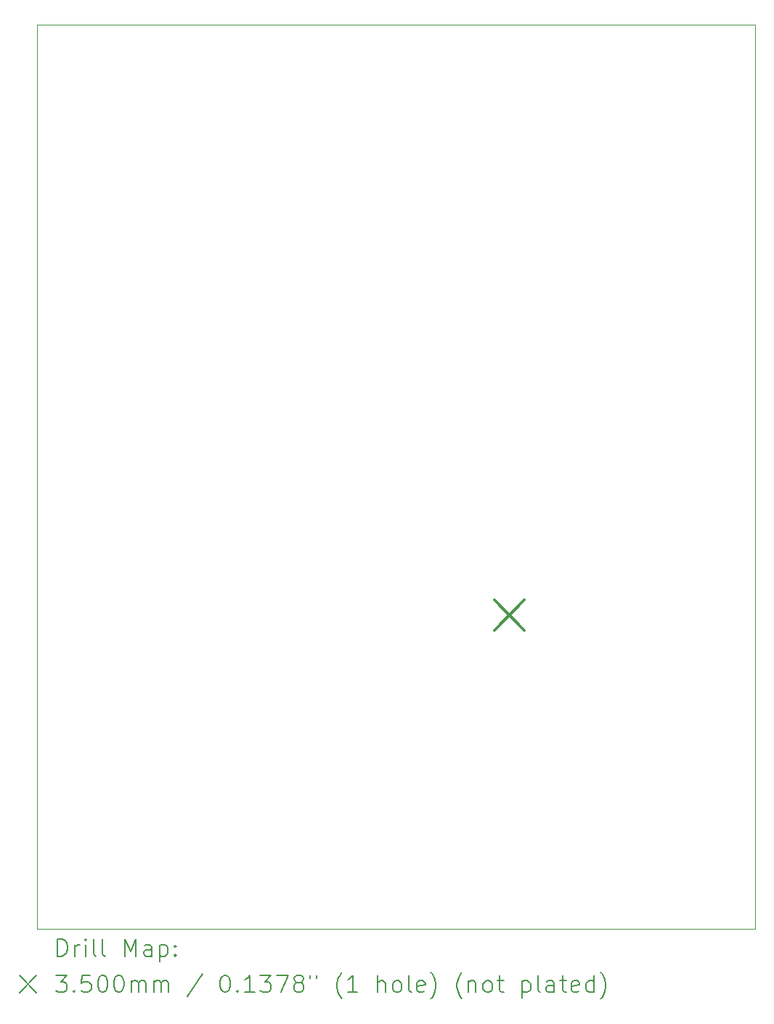
<source format=gbr>
%TF.GenerationSoftware,KiCad,Pcbnew,7.0.1*%
%TF.CreationDate,2023-04-14T18:42:06+02:00*%
%TF.ProjectId,AutkoPcb,4175746b-6f50-4636-922e-6b696361645f,rev?*%
%TF.SameCoordinates,Original*%
%TF.FileFunction,Drillmap*%
%TF.FilePolarity,Positive*%
%FSLAX45Y45*%
G04 Gerber Fmt 4.5, Leading zero omitted, Abs format (unit mm)*
G04 Created by KiCad (PCBNEW 7.0.1) date 2023-04-14 18:42:06*
%MOMM*%
%LPD*%
G01*
G04 APERTURE LIST*
%ADD10C,0.100000*%
%ADD11C,0.200000*%
%ADD12C,0.350000*%
G04 APERTURE END LIST*
D10*
X10463000Y-2420500D02*
X18838000Y-2420500D01*
X18838000Y-12965500D01*
X10463000Y-12965500D01*
X10463000Y-2420500D01*
D11*
D12*
X15800000Y-9132000D02*
X16150000Y-9482000D01*
X16150000Y-9132000D02*
X15800000Y-9482000D01*
D11*
X10705619Y-13283024D02*
X10705619Y-13083024D01*
X10705619Y-13083024D02*
X10753238Y-13083024D01*
X10753238Y-13083024D02*
X10781810Y-13092548D01*
X10781810Y-13092548D02*
X10800857Y-13111595D01*
X10800857Y-13111595D02*
X10810381Y-13130643D01*
X10810381Y-13130643D02*
X10819905Y-13168738D01*
X10819905Y-13168738D02*
X10819905Y-13197309D01*
X10819905Y-13197309D02*
X10810381Y-13235405D01*
X10810381Y-13235405D02*
X10800857Y-13254452D01*
X10800857Y-13254452D02*
X10781810Y-13273500D01*
X10781810Y-13273500D02*
X10753238Y-13283024D01*
X10753238Y-13283024D02*
X10705619Y-13283024D01*
X10905619Y-13283024D02*
X10905619Y-13149690D01*
X10905619Y-13187786D02*
X10915143Y-13168738D01*
X10915143Y-13168738D02*
X10924667Y-13159214D01*
X10924667Y-13159214D02*
X10943714Y-13149690D01*
X10943714Y-13149690D02*
X10962762Y-13149690D01*
X11029429Y-13283024D02*
X11029429Y-13149690D01*
X11029429Y-13083024D02*
X11019905Y-13092548D01*
X11019905Y-13092548D02*
X11029429Y-13102071D01*
X11029429Y-13102071D02*
X11038952Y-13092548D01*
X11038952Y-13092548D02*
X11029429Y-13083024D01*
X11029429Y-13083024D02*
X11029429Y-13102071D01*
X11153238Y-13283024D02*
X11134190Y-13273500D01*
X11134190Y-13273500D02*
X11124667Y-13254452D01*
X11124667Y-13254452D02*
X11124667Y-13083024D01*
X11258000Y-13283024D02*
X11238952Y-13273500D01*
X11238952Y-13273500D02*
X11229428Y-13254452D01*
X11229428Y-13254452D02*
X11229428Y-13083024D01*
X11486571Y-13283024D02*
X11486571Y-13083024D01*
X11486571Y-13083024D02*
X11553238Y-13225881D01*
X11553238Y-13225881D02*
X11619905Y-13083024D01*
X11619905Y-13083024D02*
X11619905Y-13283024D01*
X11800857Y-13283024D02*
X11800857Y-13178262D01*
X11800857Y-13178262D02*
X11791333Y-13159214D01*
X11791333Y-13159214D02*
X11772286Y-13149690D01*
X11772286Y-13149690D02*
X11734190Y-13149690D01*
X11734190Y-13149690D02*
X11715143Y-13159214D01*
X11800857Y-13273500D02*
X11781809Y-13283024D01*
X11781809Y-13283024D02*
X11734190Y-13283024D01*
X11734190Y-13283024D02*
X11715143Y-13273500D01*
X11715143Y-13273500D02*
X11705619Y-13254452D01*
X11705619Y-13254452D02*
X11705619Y-13235405D01*
X11705619Y-13235405D02*
X11715143Y-13216357D01*
X11715143Y-13216357D02*
X11734190Y-13206833D01*
X11734190Y-13206833D02*
X11781809Y-13206833D01*
X11781809Y-13206833D02*
X11800857Y-13197309D01*
X11896095Y-13149690D02*
X11896095Y-13349690D01*
X11896095Y-13159214D02*
X11915143Y-13149690D01*
X11915143Y-13149690D02*
X11953238Y-13149690D01*
X11953238Y-13149690D02*
X11972286Y-13159214D01*
X11972286Y-13159214D02*
X11981809Y-13168738D01*
X11981809Y-13168738D02*
X11991333Y-13187786D01*
X11991333Y-13187786D02*
X11991333Y-13244928D01*
X11991333Y-13244928D02*
X11981809Y-13263976D01*
X11981809Y-13263976D02*
X11972286Y-13273500D01*
X11972286Y-13273500D02*
X11953238Y-13283024D01*
X11953238Y-13283024D02*
X11915143Y-13283024D01*
X11915143Y-13283024D02*
X11896095Y-13273500D01*
X12077048Y-13263976D02*
X12086571Y-13273500D01*
X12086571Y-13273500D02*
X12077048Y-13283024D01*
X12077048Y-13283024D02*
X12067524Y-13273500D01*
X12067524Y-13273500D02*
X12077048Y-13263976D01*
X12077048Y-13263976D02*
X12077048Y-13283024D01*
X12077048Y-13159214D02*
X12086571Y-13168738D01*
X12086571Y-13168738D02*
X12077048Y-13178262D01*
X12077048Y-13178262D02*
X12067524Y-13168738D01*
X12067524Y-13168738D02*
X12077048Y-13159214D01*
X12077048Y-13159214D02*
X12077048Y-13178262D01*
X10258000Y-13510500D02*
X10458000Y-13710500D01*
X10458000Y-13510500D02*
X10258000Y-13710500D01*
X10686571Y-13503024D02*
X10810381Y-13503024D01*
X10810381Y-13503024D02*
X10743714Y-13579214D01*
X10743714Y-13579214D02*
X10772286Y-13579214D01*
X10772286Y-13579214D02*
X10791333Y-13588738D01*
X10791333Y-13588738D02*
X10800857Y-13598262D01*
X10800857Y-13598262D02*
X10810381Y-13617309D01*
X10810381Y-13617309D02*
X10810381Y-13664928D01*
X10810381Y-13664928D02*
X10800857Y-13683976D01*
X10800857Y-13683976D02*
X10791333Y-13693500D01*
X10791333Y-13693500D02*
X10772286Y-13703024D01*
X10772286Y-13703024D02*
X10715143Y-13703024D01*
X10715143Y-13703024D02*
X10696095Y-13693500D01*
X10696095Y-13693500D02*
X10686571Y-13683976D01*
X10896095Y-13683976D02*
X10905619Y-13693500D01*
X10905619Y-13693500D02*
X10896095Y-13703024D01*
X10896095Y-13703024D02*
X10886571Y-13693500D01*
X10886571Y-13693500D02*
X10896095Y-13683976D01*
X10896095Y-13683976D02*
X10896095Y-13703024D01*
X11086571Y-13503024D02*
X10991333Y-13503024D01*
X10991333Y-13503024D02*
X10981810Y-13598262D01*
X10981810Y-13598262D02*
X10991333Y-13588738D01*
X10991333Y-13588738D02*
X11010381Y-13579214D01*
X11010381Y-13579214D02*
X11058000Y-13579214D01*
X11058000Y-13579214D02*
X11077048Y-13588738D01*
X11077048Y-13588738D02*
X11086571Y-13598262D01*
X11086571Y-13598262D02*
X11096095Y-13617309D01*
X11096095Y-13617309D02*
X11096095Y-13664928D01*
X11096095Y-13664928D02*
X11086571Y-13683976D01*
X11086571Y-13683976D02*
X11077048Y-13693500D01*
X11077048Y-13693500D02*
X11058000Y-13703024D01*
X11058000Y-13703024D02*
X11010381Y-13703024D01*
X11010381Y-13703024D02*
X10991333Y-13693500D01*
X10991333Y-13693500D02*
X10981810Y-13683976D01*
X11219905Y-13503024D02*
X11238952Y-13503024D01*
X11238952Y-13503024D02*
X11258000Y-13512548D01*
X11258000Y-13512548D02*
X11267524Y-13522071D01*
X11267524Y-13522071D02*
X11277048Y-13541119D01*
X11277048Y-13541119D02*
X11286571Y-13579214D01*
X11286571Y-13579214D02*
X11286571Y-13626833D01*
X11286571Y-13626833D02*
X11277048Y-13664928D01*
X11277048Y-13664928D02*
X11267524Y-13683976D01*
X11267524Y-13683976D02*
X11258000Y-13693500D01*
X11258000Y-13693500D02*
X11238952Y-13703024D01*
X11238952Y-13703024D02*
X11219905Y-13703024D01*
X11219905Y-13703024D02*
X11200857Y-13693500D01*
X11200857Y-13693500D02*
X11191333Y-13683976D01*
X11191333Y-13683976D02*
X11181810Y-13664928D01*
X11181810Y-13664928D02*
X11172286Y-13626833D01*
X11172286Y-13626833D02*
X11172286Y-13579214D01*
X11172286Y-13579214D02*
X11181810Y-13541119D01*
X11181810Y-13541119D02*
X11191333Y-13522071D01*
X11191333Y-13522071D02*
X11200857Y-13512548D01*
X11200857Y-13512548D02*
X11219905Y-13503024D01*
X11410381Y-13503024D02*
X11429429Y-13503024D01*
X11429429Y-13503024D02*
X11448476Y-13512548D01*
X11448476Y-13512548D02*
X11458000Y-13522071D01*
X11458000Y-13522071D02*
X11467524Y-13541119D01*
X11467524Y-13541119D02*
X11477048Y-13579214D01*
X11477048Y-13579214D02*
X11477048Y-13626833D01*
X11477048Y-13626833D02*
X11467524Y-13664928D01*
X11467524Y-13664928D02*
X11458000Y-13683976D01*
X11458000Y-13683976D02*
X11448476Y-13693500D01*
X11448476Y-13693500D02*
X11429429Y-13703024D01*
X11429429Y-13703024D02*
X11410381Y-13703024D01*
X11410381Y-13703024D02*
X11391333Y-13693500D01*
X11391333Y-13693500D02*
X11381809Y-13683976D01*
X11381809Y-13683976D02*
X11372286Y-13664928D01*
X11372286Y-13664928D02*
X11362762Y-13626833D01*
X11362762Y-13626833D02*
X11362762Y-13579214D01*
X11362762Y-13579214D02*
X11372286Y-13541119D01*
X11372286Y-13541119D02*
X11381809Y-13522071D01*
X11381809Y-13522071D02*
X11391333Y-13512548D01*
X11391333Y-13512548D02*
X11410381Y-13503024D01*
X11562762Y-13703024D02*
X11562762Y-13569690D01*
X11562762Y-13588738D02*
X11572286Y-13579214D01*
X11572286Y-13579214D02*
X11591333Y-13569690D01*
X11591333Y-13569690D02*
X11619905Y-13569690D01*
X11619905Y-13569690D02*
X11638952Y-13579214D01*
X11638952Y-13579214D02*
X11648476Y-13598262D01*
X11648476Y-13598262D02*
X11648476Y-13703024D01*
X11648476Y-13598262D02*
X11658000Y-13579214D01*
X11658000Y-13579214D02*
X11677048Y-13569690D01*
X11677048Y-13569690D02*
X11705619Y-13569690D01*
X11705619Y-13569690D02*
X11724667Y-13579214D01*
X11724667Y-13579214D02*
X11734190Y-13598262D01*
X11734190Y-13598262D02*
X11734190Y-13703024D01*
X11829429Y-13703024D02*
X11829429Y-13569690D01*
X11829429Y-13588738D02*
X11838952Y-13579214D01*
X11838952Y-13579214D02*
X11858000Y-13569690D01*
X11858000Y-13569690D02*
X11886571Y-13569690D01*
X11886571Y-13569690D02*
X11905619Y-13579214D01*
X11905619Y-13579214D02*
X11915143Y-13598262D01*
X11915143Y-13598262D02*
X11915143Y-13703024D01*
X11915143Y-13598262D02*
X11924667Y-13579214D01*
X11924667Y-13579214D02*
X11943714Y-13569690D01*
X11943714Y-13569690D02*
X11972286Y-13569690D01*
X11972286Y-13569690D02*
X11991333Y-13579214D01*
X11991333Y-13579214D02*
X12000857Y-13598262D01*
X12000857Y-13598262D02*
X12000857Y-13703024D01*
X12391333Y-13493500D02*
X12219905Y-13750643D01*
X12648476Y-13503024D02*
X12667524Y-13503024D01*
X12667524Y-13503024D02*
X12686572Y-13512548D01*
X12686572Y-13512548D02*
X12696095Y-13522071D01*
X12696095Y-13522071D02*
X12705619Y-13541119D01*
X12705619Y-13541119D02*
X12715143Y-13579214D01*
X12715143Y-13579214D02*
X12715143Y-13626833D01*
X12715143Y-13626833D02*
X12705619Y-13664928D01*
X12705619Y-13664928D02*
X12696095Y-13683976D01*
X12696095Y-13683976D02*
X12686572Y-13693500D01*
X12686572Y-13693500D02*
X12667524Y-13703024D01*
X12667524Y-13703024D02*
X12648476Y-13703024D01*
X12648476Y-13703024D02*
X12629429Y-13693500D01*
X12629429Y-13693500D02*
X12619905Y-13683976D01*
X12619905Y-13683976D02*
X12610381Y-13664928D01*
X12610381Y-13664928D02*
X12600857Y-13626833D01*
X12600857Y-13626833D02*
X12600857Y-13579214D01*
X12600857Y-13579214D02*
X12610381Y-13541119D01*
X12610381Y-13541119D02*
X12619905Y-13522071D01*
X12619905Y-13522071D02*
X12629429Y-13512548D01*
X12629429Y-13512548D02*
X12648476Y-13503024D01*
X12800857Y-13683976D02*
X12810381Y-13693500D01*
X12810381Y-13693500D02*
X12800857Y-13703024D01*
X12800857Y-13703024D02*
X12791333Y-13693500D01*
X12791333Y-13693500D02*
X12800857Y-13683976D01*
X12800857Y-13683976D02*
X12800857Y-13703024D01*
X13000857Y-13703024D02*
X12886572Y-13703024D01*
X12943714Y-13703024D02*
X12943714Y-13503024D01*
X12943714Y-13503024D02*
X12924667Y-13531595D01*
X12924667Y-13531595D02*
X12905619Y-13550643D01*
X12905619Y-13550643D02*
X12886572Y-13560167D01*
X13067524Y-13503024D02*
X13191333Y-13503024D01*
X13191333Y-13503024D02*
X13124667Y-13579214D01*
X13124667Y-13579214D02*
X13153238Y-13579214D01*
X13153238Y-13579214D02*
X13172286Y-13588738D01*
X13172286Y-13588738D02*
X13181810Y-13598262D01*
X13181810Y-13598262D02*
X13191333Y-13617309D01*
X13191333Y-13617309D02*
X13191333Y-13664928D01*
X13191333Y-13664928D02*
X13181810Y-13683976D01*
X13181810Y-13683976D02*
X13172286Y-13693500D01*
X13172286Y-13693500D02*
X13153238Y-13703024D01*
X13153238Y-13703024D02*
X13096095Y-13703024D01*
X13096095Y-13703024D02*
X13077048Y-13693500D01*
X13077048Y-13693500D02*
X13067524Y-13683976D01*
X13258000Y-13503024D02*
X13391333Y-13503024D01*
X13391333Y-13503024D02*
X13305619Y-13703024D01*
X13496095Y-13588738D02*
X13477048Y-13579214D01*
X13477048Y-13579214D02*
X13467524Y-13569690D01*
X13467524Y-13569690D02*
X13458000Y-13550643D01*
X13458000Y-13550643D02*
X13458000Y-13541119D01*
X13458000Y-13541119D02*
X13467524Y-13522071D01*
X13467524Y-13522071D02*
X13477048Y-13512548D01*
X13477048Y-13512548D02*
X13496095Y-13503024D01*
X13496095Y-13503024D02*
X13534191Y-13503024D01*
X13534191Y-13503024D02*
X13553238Y-13512548D01*
X13553238Y-13512548D02*
X13562762Y-13522071D01*
X13562762Y-13522071D02*
X13572286Y-13541119D01*
X13572286Y-13541119D02*
X13572286Y-13550643D01*
X13572286Y-13550643D02*
X13562762Y-13569690D01*
X13562762Y-13569690D02*
X13553238Y-13579214D01*
X13553238Y-13579214D02*
X13534191Y-13588738D01*
X13534191Y-13588738D02*
X13496095Y-13588738D01*
X13496095Y-13588738D02*
X13477048Y-13598262D01*
X13477048Y-13598262D02*
X13467524Y-13607786D01*
X13467524Y-13607786D02*
X13458000Y-13626833D01*
X13458000Y-13626833D02*
X13458000Y-13664928D01*
X13458000Y-13664928D02*
X13467524Y-13683976D01*
X13467524Y-13683976D02*
X13477048Y-13693500D01*
X13477048Y-13693500D02*
X13496095Y-13703024D01*
X13496095Y-13703024D02*
X13534191Y-13703024D01*
X13534191Y-13703024D02*
X13553238Y-13693500D01*
X13553238Y-13693500D02*
X13562762Y-13683976D01*
X13562762Y-13683976D02*
X13572286Y-13664928D01*
X13572286Y-13664928D02*
X13572286Y-13626833D01*
X13572286Y-13626833D02*
X13562762Y-13607786D01*
X13562762Y-13607786D02*
X13553238Y-13598262D01*
X13553238Y-13598262D02*
X13534191Y-13588738D01*
X13648476Y-13503024D02*
X13648476Y-13541119D01*
X13724667Y-13503024D02*
X13724667Y-13541119D01*
X14019905Y-13779214D02*
X14010381Y-13769690D01*
X14010381Y-13769690D02*
X13991334Y-13741119D01*
X13991334Y-13741119D02*
X13981810Y-13722071D01*
X13981810Y-13722071D02*
X13972286Y-13693500D01*
X13972286Y-13693500D02*
X13962762Y-13645881D01*
X13962762Y-13645881D02*
X13962762Y-13607786D01*
X13962762Y-13607786D02*
X13972286Y-13560167D01*
X13972286Y-13560167D02*
X13981810Y-13531595D01*
X13981810Y-13531595D02*
X13991334Y-13512548D01*
X13991334Y-13512548D02*
X14010381Y-13483976D01*
X14010381Y-13483976D02*
X14019905Y-13474452D01*
X14200857Y-13703024D02*
X14086572Y-13703024D01*
X14143714Y-13703024D02*
X14143714Y-13503024D01*
X14143714Y-13503024D02*
X14124667Y-13531595D01*
X14124667Y-13531595D02*
X14105619Y-13550643D01*
X14105619Y-13550643D02*
X14086572Y-13560167D01*
X14438953Y-13703024D02*
X14438953Y-13503024D01*
X14524667Y-13703024D02*
X14524667Y-13598262D01*
X14524667Y-13598262D02*
X14515143Y-13579214D01*
X14515143Y-13579214D02*
X14496096Y-13569690D01*
X14496096Y-13569690D02*
X14467524Y-13569690D01*
X14467524Y-13569690D02*
X14448476Y-13579214D01*
X14448476Y-13579214D02*
X14438953Y-13588738D01*
X14648476Y-13703024D02*
X14629429Y-13693500D01*
X14629429Y-13693500D02*
X14619905Y-13683976D01*
X14619905Y-13683976D02*
X14610381Y-13664928D01*
X14610381Y-13664928D02*
X14610381Y-13607786D01*
X14610381Y-13607786D02*
X14619905Y-13588738D01*
X14619905Y-13588738D02*
X14629429Y-13579214D01*
X14629429Y-13579214D02*
X14648476Y-13569690D01*
X14648476Y-13569690D02*
X14677048Y-13569690D01*
X14677048Y-13569690D02*
X14696096Y-13579214D01*
X14696096Y-13579214D02*
X14705619Y-13588738D01*
X14705619Y-13588738D02*
X14715143Y-13607786D01*
X14715143Y-13607786D02*
X14715143Y-13664928D01*
X14715143Y-13664928D02*
X14705619Y-13683976D01*
X14705619Y-13683976D02*
X14696096Y-13693500D01*
X14696096Y-13693500D02*
X14677048Y-13703024D01*
X14677048Y-13703024D02*
X14648476Y-13703024D01*
X14829429Y-13703024D02*
X14810381Y-13693500D01*
X14810381Y-13693500D02*
X14800857Y-13674452D01*
X14800857Y-13674452D02*
X14800857Y-13503024D01*
X14981810Y-13693500D02*
X14962762Y-13703024D01*
X14962762Y-13703024D02*
X14924667Y-13703024D01*
X14924667Y-13703024D02*
X14905619Y-13693500D01*
X14905619Y-13693500D02*
X14896096Y-13674452D01*
X14896096Y-13674452D02*
X14896096Y-13598262D01*
X14896096Y-13598262D02*
X14905619Y-13579214D01*
X14905619Y-13579214D02*
X14924667Y-13569690D01*
X14924667Y-13569690D02*
X14962762Y-13569690D01*
X14962762Y-13569690D02*
X14981810Y-13579214D01*
X14981810Y-13579214D02*
X14991334Y-13598262D01*
X14991334Y-13598262D02*
X14991334Y-13617309D01*
X14991334Y-13617309D02*
X14896096Y-13636357D01*
X15058000Y-13779214D02*
X15067524Y-13769690D01*
X15067524Y-13769690D02*
X15086572Y-13741119D01*
X15086572Y-13741119D02*
X15096096Y-13722071D01*
X15096096Y-13722071D02*
X15105619Y-13693500D01*
X15105619Y-13693500D02*
X15115143Y-13645881D01*
X15115143Y-13645881D02*
X15115143Y-13607786D01*
X15115143Y-13607786D02*
X15105619Y-13560167D01*
X15105619Y-13560167D02*
X15096096Y-13531595D01*
X15096096Y-13531595D02*
X15086572Y-13512548D01*
X15086572Y-13512548D02*
X15067524Y-13483976D01*
X15067524Y-13483976D02*
X15058000Y-13474452D01*
X15419905Y-13779214D02*
X15410381Y-13769690D01*
X15410381Y-13769690D02*
X15391334Y-13741119D01*
X15391334Y-13741119D02*
X15381810Y-13722071D01*
X15381810Y-13722071D02*
X15372286Y-13693500D01*
X15372286Y-13693500D02*
X15362762Y-13645881D01*
X15362762Y-13645881D02*
X15362762Y-13607786D01*
X15362762Y-13607786D02*
X15372286Y-13560167D01*
X15372286Y-13560167D02*
X15381810Y-13531595D01*
X15381810Y-13531595D02*
X15391334Y-13512548D01*
X15391334Y-13512548D02*
X15410381Y-13483976D01*
X15410381Y-13483976D02*
X15419905Y-13474452D01*
X15496096Y-13569690D02*
X15496096Y-13703024D01*
X15496096Y-13588738D02*
X15505619Y-13579214D01*
X15505619Y-13579214D02*
X15524667Y-13569690D01*
X15524667Y-13569690D02*
X15553238Y-13569690D01*
X15553238Y-13569690D02*
X15572286Y-13579214D01*
X15572286Y-13579214D02*
X15581810Y-13598262D01*
X15581810Y-13598262D02*
X15581810Y-13703024D01*
X15705619Y-13703024D02*
X15686572Y-13693500D01*
X15686572Y-13693500D02*
X15677048Y-13683976D01*
X15677048Y-13683976D02*
X15667524Y-13664928D01*
X15667524Y-13664928D02*
X15667524Y-13607786D01*
X15667524Y-13607786D02*
X15677048Y-13588738D01*
X15677048Y-13588738D02*
X15686572Y-13579214D01*
X15686572Y-13579214D02*
X15705619Y-13569690D01*
X15705619Y-13569690D02*
X15734191Y-13569690D01*
X15734191Y-13569690D02*
X15753238Y-13579214D01*
X15753238Y-13579214D02*
X15762762Y-13588738D01*
X15762762Y-13588738D02*
X15772286Y-13607786D01*
X15772286Y-13607786D02*
X15772286Y-13664928D01*
X15772286Y-13664928D02*
X15762762Y-13683976D01*
X15762762Y-13683976D02*
X15753238Y-13693500D01*
X15753238Y-13693500D02*
X15734191Y-13703024D01*
X15734191Y-13703024D02*
X15705619Y-13703024D01*
X15829429Y-13569690D02*
X15905619Y-13569690D01*
X15858000Y-13503024D02*
X15858000Y-13674452D01*
X15858000Y-13674452D02*
X15867524Y-13693500D01*
X15867524Y-13693500D02*
X15886572Y-13703024D01*
X15886572Y-13703024D02*
X15905619Y-13703024D01*
X16124667Y-13569690D02*
X16124667Y-13769690D01*
X16124667Y-13579214D02*
X16143715Y-13569690D01*
X16143715Y-13569690D02*
X16181810Y-13569690D01*
X16181810Y-13569690D02*
X16200858Y-13579214D01*
X16200858Y-13579214D02*
X16210381Y-13588738D01*
X16210381Y-13588738D02*
X16219905Y-13607786D01*
X16219905Y-13607786D02*
X16219905Y-13664928D01*
X16219905Y-13664928D02*
X16210381Y-13683976D01*
X16210381Y-13683976D02*
X16200858Y-13693500D01*
X16200858Y-13693500D02*
X16181810Y-13703024D01*
X16181810Y-13703024D02*
X16143715Y-13703024D01*
X16143715Y-13703024D02*
X16124667Y-13693500D01*
X16334191Y-13703024D02*
X16315143Y-13693500D01*
X16315143Y-13693500D02*
X16305619Y-13674452D01*
X16305619Y-13674452D02*
X16305619Y-13503024D01*
X16496096Y-13703024D02*
X16496096Y-13598262D01*
X16496096Y-13598262D02*
X16486572Y-13579214D01*
X16486572Y-13579214D02*
X16467524Y-13569690D01*
X16467524Y-13569690D02*
X16429429Y-13569690D01*
X16429429Y-13569690D02*
X16410381Y-13579214D01*
X16496096Y-13693500D02*
X16477048Y-13703024D01*
X16477048Y-13703024D02*
X16429429Y-13703024D01*
X16429429Y-13703024D02*
X16410381Y-13693500D01*
X16410381Y-13693500D02*
X16400858Y-13674452D01*
X16400858Y-13674452D02*
X16400858Y-13655405D01*
X16400858Y-13655405D02*
X16410381Y-13636357D01*
X16410381Y-13636357D02*
X16429429Y-13626833D01*
X16429429Y-13626833D02*
X16477048Y-13626833D01*
X16477048Y-13626833D02*
X16496096Y-13617309D01*
X16562762Y-13569690D02*
X16638953Y-13569690D01*
X16591334Y-13503024D02*
X16591334Y-13674452D01*
X16591334Y-13674452D02*
X16600858Y-13693500D01*
X16600858Y-13693500D02*
X16619905Y-13703024D01*
X16619905Y-13703024D02*
X16638953Y-13703024D01*
X16781810Y-13693500D02*
X16762762Y-13703024D01*
X16762762Y-13703024D02*
X16724667Y-13703024D01*
X16724667Y-13703024D02*
X16705619Y-13693500D01*
X16705619Y-13693500D02*
X16696096Y-13674452D01*
X16696096Y-13674452D02*
X16696096Y-13598262D01*
X16696096Y-13598262D02*
X16705619Y-13579214D01*
X16705619Y-13579214D02*
X16724667Y-13569690D01*
X16724667Y-13569690D02*
X16762762Y-13569690D01*
X16762762Y-13569690D02*
X16781810Y-13579214D01*
X16781810Y-13579214D02*
X16791334Y-13598262D01*
X16791334Y-13598262D02*
X16791334Y-13617309D01*
X16791334Y-13617309D02*
X16696096Y-13636357D01*
X16962762Y-13703024D02*
X16962762Y-13503024D01*
X16962762Y-13693500D02*
X16943715Y-13703024D01*
X16943715Y-13703024D02*
X16905620Y-13703024D01*
X16905620Y-13703024D02*
X16886572Y-13693500D01*
X16886572Y-13693500D02*
X16877048Y-13683976D01*
X16877048Y-13683976D02*
X16867524Y-13664928D01*
X16867524Y-13664928D02*
X16867524Y-13607786D01*
X16867524Y-13607786D02*
X16877048Y-13588738D01*
X16877048Y-13588738D02*
X16886572Y-13579214D01*
X16886572Y-13579214D02*
X16905620Y-13569690D01*
X16905620Y-13569690D02*
X16943715Y-13569690D01*
X16943715Y-13569690D02*
X16962762Y-13579214D01*
X17038953Y-13779214D02*
X17048477Y-13769690D01*
X17048477Y-13769690D02*
X17067524Y-13741119D01*
X17067524Y-13741119D02*
X17077048Y-13722071D01*
X17077048Y-13722071D02*
X17086572Y-13693500D01*
X17086572Y-13693500D02*
X17096096Y-13645881D01*
X17096096Y-13645881D02*
X17096096Y-13607786D01*
X17096096Y-13607786D02*
X17086572Y-13560167D01*
X17086572Y-13560167D02*
X17077048Y-13531595D01*
X17077048Y-13531595D02*
X17067524Y-13512548D01*
X17067524Y-13512548D02*
X17048477Y-13483976D01*
X17048477Y-13483976D02*
X17038953Y-13474452D01*
M02*

</source>
